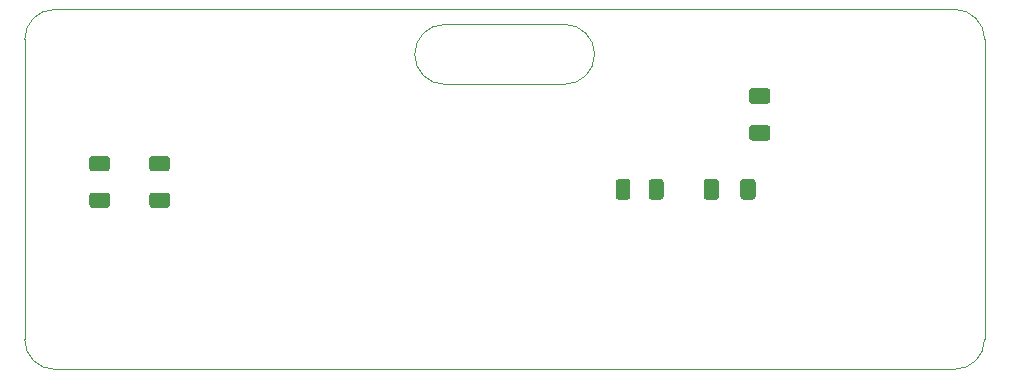
<source format=gbr>
%TF.GenerationSoftware,KiCad,Pcbnew,5.99.0+really5.1.12+dfsg1-1*%
%TF.CreationDate,2021-11-19T15:18:04-06:00*%
%TF.ProjectId,driver,64726976-6572-42e6-9b69-6361645f7063,B*%
%TF.SameCoordinates,Original*%
%TF.FileFunction,Paste,Top*%
%TF.FilePolarity,Positive*%
%FSLAX46Y46*%
G04 Gerber Fmt 4.6, Leading zero omitted, Abs format (unit mm)*
G04 Created by KiCad (PCBNEW 5.99.0+really5.1.12+dfsg1-1) date 2021-11-19 15:18:04*
%MOMM*%
%LPD*%
G01*
G04 APERTURE LIST*
%TA.AperFunction,Profile*%
%ADD10C,0.100000*%
%TD*%
G04 APERTURE END LIST*
D10*
X121920000Y-85090000D02*
G75*
G02*
X119380000Y-82550000I0J2540000D01*
G01*
X165100000Y-78740000D02*
X88900000Y-78740000D01*
X119380000Y-82550000D02*
G75*
G02*
X121920000Y-80010000I2540000J0D01*
G01*
X132080000Y-80010000D02*
G75*
G02*
X134620000Y-82550000I0J-2540000D01*
G01*
X134620000Y-82550000D02*
G75*
G02*
X132080000Y-85090000I-2540000J0D01*
G01*
X132080000Y-80010000D02*
X121920000Y-80010000D01*
X132080000Y-85090000D02*
X121920000Y-85090000D01*
X165100000Y-109220000D02*
X88900000Y-109220000D01*
X86360000Y-81280000D02*
X86360000Y-106680000D01*
X167640000Y-106680000D02*
X167640000Y-81280000D01*
X86360000Y-81280000D02*
G75*
G02*
X88900000Y-78740000I2540000J0D01*
G01*
X88900000Y-109220000D02*
G75*
G02*
X86360000Y-106680000I0J2540000D01*
G01*
X167640000Y-106680000D02*
G75*
G02*
X165100000Y-109220000I-2540000J0D01*
G01*
X165100000Y-78740000D02*
G75*
G02*
X167640000Y-81280000I0J-2540000D01*
G01*
%TO.C,R2*%
G36*
G01*
X92084999Y-94245000D02*
X93335001Y-94245000D01*
G75*
G02*
X93585000Y-94494999I0J-249999D01*
G01*
X93585000Y-95295001D01*
G75*
G02*
X93335001Y-95545000I-249999J0D01*
G01*
X92084999Y-95545000D01*
G75*
G02*
X91835000Y-95295001I0J249999D01*
G01*
X91835000Y-94494999D01*
G75*
G02*
X92084999Y-94245000I249999J0D01*
G01*
G37*
G36*
G01*
X92084999Y-91145000D02*
X93335001Y-91145000D01*
G75*
G02*
X93585000Y-91394999I0J-249999D01*
G01*
X93585000Y-92195001D01*
G75*
G02*
X93335001Y-92445000I-249999J0D01*
G01*
X92084999Y-92445000D01*
G75*
G02*
X91835000Y-92195001I0J249999D01*
G01*
X91835000Y-91394999D01*
G75*
G02*
X92084999Y-91145000I249999J0D01*
G01*
G37*
%TD*%
%TO.C,R1*%
G36*
G01*
X98415001Y-92445000D02*
X97164999Y-92445000D01*
G75*
G02*
X96915000Y-92195001I0J249999D01*
G01*
X96915000Y-91394999D01*
G75*
G02*
X97164999Y-91145000I249999J0D01*
G01*
X98415001Y-91145000D01*
G75*
G02*
X98665000Y-91394999I0J-249999D01*
G01*
X98665000Y-92195001D01*
G75*
G02*
X98415001Y-92445000I-249999J0D01*
G01*
G37*
G36*
G01*
X98415001Y-95545000D02*
X97164999Y-95545000D01*
G75*
G02*
X96915000Y-95295001I0J249999D01*
G01*
X96915000Y-94494999D01*
G75*
G02*
X97164999Y-94245000I249999J0D01*
G01*
X98415001Y-94245000D01*
G75*
G02*
X98665000Y-94494999I0J-249999D01*
G01*
X98665000Y-95295001D01*
G75*
G02*
X98415001Y-95545000I-249999J0D01*
G01*
G37*
%TD*%
%TO.C,C2*%
G36*
G01*
X147939997Y-85405000D02*
X149240003Y-85405000D01*
G75*
G02*
X149490000Y-85654997I0J-249997D01*
G01*
X149490000Y-86480003D01*
G75*
G02*
X149240003Y-86730000I-249997J0D01*
G01*
X147939997Y-86730000D01*
G75*
G02*
X147690000Y-86480003I0J249997D01*
G01*
X147690000Y-85654997D01*
G75*
G02*
X147939997Y-85405000I249997J0D01*
G01*
G37*
G36*
G01*
X147939997Y-88530000D02*
X149240003Y-88530000D01*
G75*
G02*
X149490000Y-88779997I0J-249997D01*
G01*
X149490000Y-89605003D01*
G75*
G02*
X149240003Y-89855000I-249997J0D01*
G01*
X147939997Y-89855000D01*
G75*
G02*
X147690000Y-89605003I0J249997D01*
G01*
X147690000Y-88779997D01*
G75*
G02*
X147939997Y-88530000I249997J0D01*
G01*
G37*
%TD*%
%TO.C,R5*%
G36*
G01*
X145150000Y-93354999D02*
X145150000Y-94605001D01*
G75*
G02*
X144900001Y-94855000I-249999J0D01*
G01*
X144099999Y-94855000D01*
G75*
G02*
X143850000Y-94605001I0J249999D01*
G01*
X143850000Y-93354999D01*
G75*
G02*
X144099999Y-93105000I249999J0D01*
G01*
X144900001Y-93105000D01*
G75*
G02*
X145150000Y-93354999I0J-249999D01*
G01*
G37*
G36*
G01*
X148250000Y-93354999D02*
X148250000Y-94605001D01*
G75*
G02*
X148000001Y-94855000I-249999J0D01*
G01*
X147199999Y-94855000D01*
G75*
G02*
X146950000Y-94605001I0J249999D01*
G01*
X146950000Y-93354999D01*
G75*
G02*
X147199999Y-93105000I249999J0D01*
G01*
X148000001Y-93105000D01*
G75*
G02*
X148250000Y-93354999I0J-249999D01*
G01*
G37*
%TD*%
%TO.C,D1*%
G36*
G01*
X139205000Y-94605000D02*
X139205000Y-93355000D01*
G75*
G02*
X139455000Y-93105000I250000J0D01*
G01*
X140205000Y-93105000D01*
G75*
G02*
X140455000Y-93355000I0J-250000D01*
G01*
X140455000Y-94605000D01*
G75*
G02*
X140205000Y-94855000I-250000J0D01*
G01*
X139455000Y-94855000D01*
G75*
G02*
X139205000Y-94605000I0J250000D01*
G01*
G37*
G36*
G01*
X136405000Y-94605000D02*
X136405000Y-93355000D01*
G75*
G02*
X136655000Y-93105000I250000J0D01*
G01*
X137405000Y-93105000D01*
G75*
G02*
X137655000Y-93355000I0J-250000D01*
G01*
X137655000Y-94605000D01*
G75*
G02*
X137405000Y-94855000I-250000J0D01*
G01*
X136655000Y-94855000D01*
G75*
G02*
X136405000Y-94605000I0J250000D01*
G01*
G37*
%TD*%
M02*

</source>
